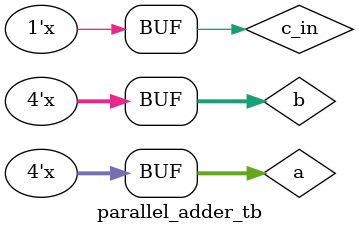
<source format=v>
`timescale 1ns / 1ps


module parallel_adder_tb();
wire [3:0]sum;
wire c_out;
reg [3:0]a,b;
reg c_in;
 parallel_adder pa4(sum,c_out,a,b,c_in);
 initial
 begin
 a=4'b0000;
 b=4'b0000;
 c_in=1'b0;
 end
 always #10 a[0]=~a[0];
 always #20 a[1]=~a[1];
 always #40 a[2]=~a[2];
always #80 a[3]=~a[3];
always #160 b[0]=~b[0];
 always #320 b[1]=~b[1];
 always #640 b[2]=~b[2];
always #1280 b[3]=~b[3];
always #5 c_in=~c_in;
endmodule

</source>
